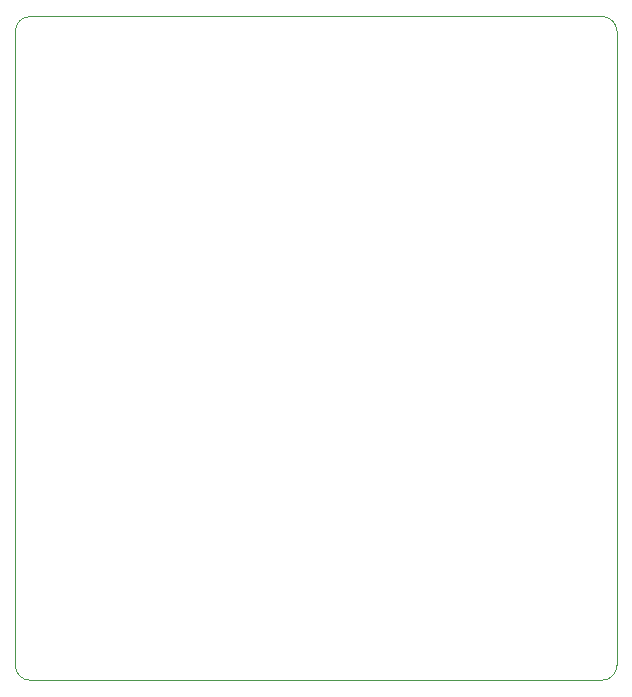
<source format=gbr>
%TF.GenerationSoftware,Altium Limited,Altium Designer,21.4.1 (30)*%
G04 Layer_Color=0*
%FSLAX26Y26*%
%MOIN*%
%TF.SameCoordinates,1ED331C9-AAA6-4E36-89CA-E609260C48EE*%
%TF.FilePolarity,Positive*%
%TF.FileFunction,Profile,NP*%
%TF.Part,Single*%
G01*
G75*
%TA.AperFunction,Profile*%
%ADD72C,0.001000*%
D72*
X690945Y130709D02*
G03*
X740945Y80709I50000J0D01*
G01*
X2646850D01*
D02*
G03*
X2696850Y130709I0J50000D01*
G01*
Y2243307D01*
D02*
G03*
X2646850Y2293307I-50000J0D01*
G01*
X740945D01*
D02*
G03*
X690945Y2243307I0J-50000D01*
G01*
Y130709D01*
%TF.MD5,694d7cff17f9816af8f860e6ae2d51eb*%
M02*

</source>
